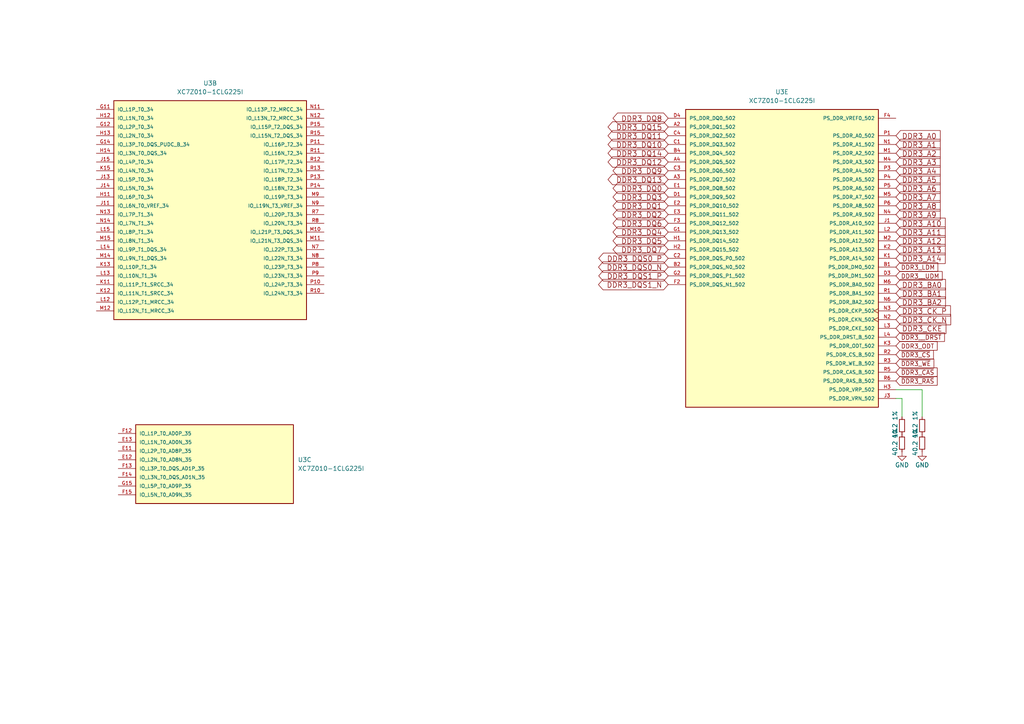
<source format=kicad_sch>
(kicad_sch (version 20231120) (generator "eeschema") (generator_version "8.0")
  (paper "A4")
  (lib_symbols
    (symbol "Device:R_Small" (pin_numbers hide) (pin_names (offset 0.254) hide)
      (property "Reference" "R" (at 0.762 0.508 0))
      (property "Value" "R_Small" (at 0.762 -1.016 0))
      (symbol "R_Small_0_1"
        (rectangle (start -0.762 1.778) (end 0.762 -1.778) (stroke (width 0.2032)))
      )
      (symbol "R_Small_1_1"
        (pin passive line (at 0 2.54 270) (length 0.762) (name "~") (number "1"))
        (pin passive line (at 0 -2.54 90) (length 0.762) (name "~") (number "2"))
      )
    )
    (symbol "ESP32-PRO_Rev_B1:GND" (power) (pin_names (offset 0))
      (property "Value" "GND" (at 0 -3.81 0))
      (symbol "GND_0_1"
        (polyline (pts (xy 0 0) (xy 0 -1.27) (xy 1.27 -1.27) (xy 0 -2.54) (xy -1.27 -1.27) (xy 0 -1.27)))
      )
      (symbol "GND_1_1"
        (pin power_in line (at 0 0 270) (length 0) hide (name "GND") (number "1"))
      )
    )
    (symbol "Personal:XC7Z010-1CLG225I" (pin_names (offset 1.016))
      (property "Reference" "U" (at -25.5456 24.8201 0))
      (property "Value" "XC7Z010-1CLG225I" (at -25.5473 -24.1252 0))
      (symbol "XC7Z010-1CLG225I_1_0"
        (rectangle (start -25.4 -20.32) (end 25.4 22.86) (stroke (width 0.254)) (fill (type background)))
        (pin bidirectional line (at 30.48 7.62 180) (length 5.08) (name "INIT_B_0") (number "D5"))
        (pin power_in line (at 30.48 20.32 180) (length 5.08) (name "VCCBATT_0") (number "E6"))
        (pin passive line (at 30.48 -10.16 180) (length 5.08) (name "RSVDGND") (number "E8"))
        (pin input line (at -30.48 -5.08 0) (length 5.08) (name "CFGBVS_0") (number "F6"))
        (pin power_in line (at 30.48 17.78 180) (length 5.08) (name "VCCADC_0") (number "F7"))
        (pin power_in line (at 30.48 -17.78 180) (length 5.08) (name "GNDADC_0") (number "F8"))
        (pin passive line (at 30.48 -2.54 180) (length 5.08) (name "RSVSVCC1") (number "G4"))
        (pin input line (at -30.48 -7.62 0) (length 5.08) (name "VP_0") (number "G7"))
        (pin power_in line (at 30.48 -15.24 180) (length 5.08) (name "VREFN_0") (number "G8"))
        (pin input clock (at -30.48 10.16 0) (length 5.08) (name "TCK_0") (number "G9"))
        (pin passive line (at 30.48 -7.62 180) (length 5.08) (name "RSVSVCC3") (number "H4"))
        (pin power_in line (at 30.48 15.24 180) (length 5.08) (name "VREFP_0") (number "H7"))
        (pin input line (at -30.48 -10.16 0) (length 5.08) (name "VN_0") (number "H8"))
        (pin passive line (at 30.48 -5.08 180) (length 5.08) (name "RSVSVCC2") (number "J4"))
        (pin output line (at 30.48 2.54 180) (length 5.08) (name "DXP_0") (number "J7"))
        (pin input line (at -30.48 -2.54 0) (length 5.08) (name "PROGRAM_B_0") (number "K6"))
        (pin input line (at -30.48 5.08 0) (length 5.08) (name "TDI_0") (number "L7"))
        (pin output line (at -30.48 2.54 0) (length 5.08) (name "TDO_0") (number "L8"))
        (pin input line (at -30.48 7.62 0) (length 5.08) (name "TMS_0") (number "L9"))
        (pin bidirectional line (at 30.48 10.16 180) (length 5.08) (name "DONE_0") (number "M7"))
      )
      (symbol "XC7Z010-1CLG225I_2_0"
        (rectangle (start -27.94 -30.48) (end 27.94 33.02) (stroke (width 0.254)) (fill (type background)))
        (pin bidirectional line (at -33.02 30.48 0) (length 5.08) (name "IO_L1P_T0_34") (number "G11"))
        (pin bidirectional line (at -33.02 25.4 0) (length 5.08) (name "IO_L2P_T0_34") (number "G12"))
        (pin bidirectional line (at -33.02 20.32 0) (length 5.08) (name "IO_L3P_T0_DQS_PUDC_B_34") (number "G14"))
        (pin bidirectional line (at -33.02 5.08 0) (length 5.08) (name "IO_L6P_T0_34") (number "H11"))
        (pin bidirectional line (at -33.02 27.94 0) (length 5.08) (name "IO_L1N_T0_34") (number "H12"))
        (pin bidirectional line (at -33.02 22.86 0) (length 5.08) (name "IO_L2N_T0_34") (number "H13"))
        (pin bidirectional line (at -33.02 17.78 0) (length 5.08) (name "IO_L3N_T0_DQS_34") (number "H14"))
        (pin bidirectional line (at -33.02 2.54 0) (length 5.08) (name "IO_L6N_T0_VREF_34") (number "J11"))
        (pin bidirectional line (at -33.02 10.16 0) (length 5.08) (name "IO_L5P_T0_34") (number "J13"))
        (pin bidirectional line (at -33.02 7.62 0) (length 5.08) (name "IO_L5N_T0_34") (number "J14"))
        (pin bidirectional line (at -33.02 15.24 0) (length 5.08) (name "IO_L4P_T0_34") (number "J15"))
        (pin bidirectional line (at -33.02 -20.32 0) (length 5.08) (name "IO_L11P_T1_SRCC_34") (number "K11"))
        (pin bidirectional line (at -33.02 -22.86 0) (length 5.08) (name "IO_L11N_T1_SRCC_34") (number "K12"))
        (pin bidirectional line (at -33.02 -15.24 0) (length 5.08) (name "IO_L10P_T1_34") (number "K13"))
        (pin bidirectional line (at -33.02 12.7 0) (length 5.08) (name "IO_L4N_T0_34") (number "K15"))
        (pin bidirectional line (at -33.02 -25.4 0) (length 5.08) (name "IO_L12P_T1_MRCC_34") (number "L12"))
        (pin bidirectional line (at -33.02 -17.78 0) (length 5.08) (name "IO_L10N_T1_34") (number "L13"))
        (pin bidirectional line (at -33.02 -10.16 0) (length 5.08) (name "IO_L9P_T1_DQS_34") (number "L14"))
        (pin bidirectional line (at -33.02 -5.08 0) (length 5.08) (name "IO_L8P_T1_34") (number "L15"))
        (pin bidirectional line (at 33.02 -5.08 180) (length 5.08) (name "IO_L21P_T3_DQS_34") (number "M10"))
        (pin bidirectional line (at 33.02 -7.62 180) (length 5.08) (name "IO_L21N_T3_DQS_34") (number "M11"))
        (pin bidirectional line (at -33.02 -27.94 0) (length 5.08) (name "IO_L12N_T1_MRCC_34") (number "M12"))
        (pin bidirectional line (at -33.02 -12.7 0) (length 5.08) (name "IO_L9N_T1_DQS_34") (number "M14"))
        (pin bidirectional line (at -33.02 -7.62 0) (length 5.08) (name "IO_L8N_T1_34") (number "M15"))
        (pin bidirectional line (at 33.02 5.08 180) (length 5.08) (name "IO_L19P_T3_34") (number "M9"))
        (pin bidirectional line (at 33.02 30.48 180) (length 5.08) (name "IO_L13P_T2_MRCC_34") (number "N11"))
        (pin bidirectional line (at 33.02 27.94 180) (length 5.08) (name "IO_L13N_T2_MRCC_34") (number "N12"))
        (pin bidirectional line (at -33.02 0 0) (length 5.08) (name "IO_L7P_T1_34") (number "N13"))
        (pin bidirectional line (at -33.02 -2.54 0) (length 5.08) (name "IO_L7N_T1_34") (number "N14"))
        (pin bidirectional line (at 33.02 -10.16 180) (length 5.08) (name "IO_L22P_T3_34") (number "N7"))
        (pin bidirectional line (at 33.02 -12.7 180) (length 5.08) (name "IO_L22N_T3_34") (number "N8"))
        (pin bidirectional line (at 33.02 2.54 180) (length 5.08) (name "IO_L19N_T3_VREF_34") (number "N9"))
        (pin bidirectional line (at 33.02 -20.32 180) (length 5.08) (name "IO_L24P_T3_34") (number "P10"))
        (pin bidirectional line (at 33.02 20.32 180) (length 5.08) (name "IO_L16P_T2_34") (number "P11"))
        (pin bidirectional line (at 33.02 10.16 180) (length 5.08) (name "IO_L18P_T2_34") (number "P13"))
        (pin bidirectional line (at 33.02 7.62 180) (length 5.08) (name "IO_L18N_T2_34") (number "P14"))
        (pin bidirectional line (at 33.02 25.4 180) (length 5.08) (name "IO_L15P_T2_DQS_34") (number "P15"))
        (pin bidirectional line (at 33.02 -15.24 180) (length 5.08) (name "IO_L23P_T3_34") (number "P8"))
        (pin bidirectional line (at 33.02 -17.78 180) (length 5.08) (name "IO_L23N_T3_34") (number "P9"))
        (pin bidirectional line (at 33.02 -22.86 180) (length 5.08) (name "IO_L24N_T3_34") (number "R10"))
        (pin bidirectional line (at 33.02 17.78 180) (length 5.08) (name "IO_L16N_T2_34") (number "R11"))
        (pin bidirectional line (at 33.02 15.24 180) (length 5.08) (name "IO_L17P_T2_34") (number "R12"))
        (pin bidirectional line (at 33.02 12.7 180) (length 5.08) (name "IO_L17N_T2_34") (number "R13"))
        (pin bidirectional line (at 33.02 22.86 180) (length 5.08) (name "IO_L15N_T2_DQS_34") (number "R15"))
        (pin bidirectional line (at 33.02 0 180) (length 5.08) (name "IO_L20P_T3_34") (number "R7"))
        (pin bidirectional line (at 33.02 -2.54 180) (length 5.08) (name "IO_L20N_T3_34") (number "R8"))
      )
      (symbol "XC7Z010-1CLG225I_3_0"
        (rectangle (start -22.86 -10.16) (end 22.86 12.7) (stroke (width 0.254)) (fill (type background)))
        (pin bidirectional line (at -27.94 5.08 0) (length 5.08) (name "IO_L2P_T0_AD8P_35") (number "E11"))
        (pin bidirectional line (at -27.94 2.54 0) (length 5.08) (name "IO_L2N_T0_AD8N_35") (number "E12"))
        (pin bidirectional line (at -27.94 7.62 0) (length 5.08) (name "IO_L1N_T0_AD0N_35") (number "E13"))
        (pin bidirectional line (at -27.94 10.16 0) (length 5.08) (name "IO_L1P_T0_AD0P_35") (number "F12"))
        (pin bidirectional line (at -27.94 0 0) (length 5.08) (name "IO_L3P_T0_DQS_AD1P_35") (number "F13"))
        (pin bidirectional line (at -27.94 -2.54 0) (length 5.08) (name "IO_L3N_T0_DQS_AD1N_35") (number "F14"))
        (pin bidirectional line (at -27.94 -7.62 0) (length 5.08) (name "IO_L5N_T0_AD9N_35") (number "F15"))
        (pin bidirectional line (at -27.94 -5.08 0) (length 5.08) (name "IO_L5P_T0_AD9P_35") (number "G15"))
      )
      (symbol "XC7Z010-1CLG225I_4_0"
        (rectangle (start -22.86 -25.4) (end 22.86 25.4) (stroke (width 0.254)) (fill (type background)))
        (pin bidirectional line (at -27.94 0 0) (length 5.08) (name "PS_MIO6_500") (number "A10"))
        (pin bidirectional line (at 27.94 -20.32 180) (length 5.08) (name "PS_MIO52_501") (number "A12"))
        (pin bidirectional line (at 27.94 -10.16 180) (length 5.08) (name "PS_MIO38_501") (number "A13"))
        (pin bidirectional line (at 27.94 -2.54 180) (length 5.08) (name "PS_MIO35_501") (number "A14"))
        (pin bidirectional line (at 27.94 15.24 180) (length 5.08) (name "PS_MIO28_501") (number "A15"))
        (pin bidirectional line (at -27.94 12.7 0) (length 5.08) (name "PS_MIO1_500") (number "A5"))
        (pin bidirectional line (at -27.94 7.62 0) (length 5.08) (name "PS_MIO3_500") (number "A7"))
        (pin bidirectional line (at -27.94 10.16 0) (length 5.08) (name "PS_MIO2_500") (number "A8"))
        (pin bidirectional line (at -27.94 2.54 0) (length 5.08) (name "PS_MIO5_500") (number "A9"))
        (pin bidirectional line (at -27.94 -12.7 0) (length 5.08) (name "PS_MIO11_500") (number "B10"))
        (pin input line (at 27.94 20.32 180) (length 5.08) (name "PS_SRST_B_501") (number "B11"))
        (pin bidirectional line (at 27.94 -15.24 180) (length 5.08) (name "PS_MIO48_501") (number "B12"))
        (pin bidirectional line (at 27.94 -5.08 180) (length 5.08) (name "PS_MIO36_501") (number "B14"))
        (pin bidirectional line (at 27.94 10.16 180) (length 5.08) (name "PS_MIO30_501") (number "B15"))
        (pin bidirectional line (at -27.94 -7.62 0) (length 5.08) (name "PS_MIO9_500") (number "B5"))
        (pin bidirectional line (at -27.94 -5.08 0) (length 5.08) (name "PS_MIO8_500") (number "B6"))
        (pin bidirectional line (at -27.94 -15.24 0) (length 5.08) (name "PS_MIO12_500") (number "B7"))
        (pin bidirectional line (at -27.94 -20.32 0) (length 5.08) (name "PS_MIO14_500") (number "B9"))
        (pin bidirectional line (at 27.94 2.54 180) (length 5.08) (name "PS_MIO33_501") (number "C11"))
        (pin bidirectional line (at 27.94 7.62 180) (length 5.08) (name "PS_MIO31_501") (number "C12"))
        (pin bidirectional line (at 27.94 -22.86 180) (length 5.08) (name "PS_MIO53_501") (number "C13"))
        (pin bidirectional line (at 27.94 -7.62 180) (length 5.08) (name "PS_MIO37_501") (number "C14"))
        (pin bidirectional line (at -27.94 -17.78 0) (length 5.08) (name "PS_MIO13_500") (number "C6"))
        (pin input clock (at -27.94 22.86 0) (length 5.08) (name "PS_CLK_500") (number "C7"))
        (pin bidirectional line (at -27.94 5.08 0) (length 5.08) (name "PS_MIO4_500") (number "C8"))
        (pin input line (at -27.94 20.32 0) (length 5.08) (name "PS_POR_B_500") (number "C9"))
        (pin bidirectional line (at -27.94 -22.86 0) (length 5.08) (name "PS_MIO15_500") (number "D10"))
        (pin bidirectional line (at 27.94 12.7 180) (length 5.08) (name "PS_MIO29_501") (number "D11"))
        (pin bidirectional line (at 27.94 -17.78 180) (length 5.08) (name "PS_MIO49_501") (number "D13"))
        (pin bidirectional line (at 27.94 -12.7 180) (length 5.08) (name "PS_MIO39_501") (number "D14"))
        (pin bidirectional line (at 27.94 0 180) (length 5.08) (name "PS_MIO34_501") (number "D15"))
        (pin bidirectional line (at -27.94 -10.16 0) (length 5.08) (name "PS_MIO10_500") (number "D6"))
        (pin bidirectional line (at -27.94 15.24 0) (length 5.08) (name "PS_MIO0_500") (number "D8"))
        (pin bidirectional line (at -27.94 -2.54 0) (length 5.08) (name "PS_MIO7_500") (number "D9"))
        (pin bidirectional line (at 27.94 5.08 180) (length 5.08) (name "PS_MIO32_501") (number "E15"))
      )
      (symbol "XC7Z010-1CLG225I_5_0"
        (rectangle (start -27.94 -43.18) (end 27.94 43.18) (stroke (width 0.254)) (fill (type background)))
        (pin bidirectional line (at -33.02 38.1 0) (length 5.08) (name "PS_DDR_DQ1_502") (number "A2"))
        (pin bidirectional line (at -33.02 22.86 0) (length 5.08) (name "PS_DDR_DQ7_502") (number "A3"))
        (pin bidirectional line (at -33.02 27.94 0) (length 5.08) (name "PS_DDR_DQ5_502") (number "A4"))
        (pin output line (at 33.02 -2.54 180) (length 5.08) (name "PS_DDR_DM0_502") (number "B1"))
        (pin bidirectional line (at -33.02 -2.54 0) (length 5.08) (name "PS_DDR_DQS_N0_502") (number "B2"))
        (pin bidirectional line (at -33.02 30.48 0) (length 5.08) (name "PS_DDR_DQ4_502") (number "B4"))
        (pin bidirectional line (at -33.02 33.02 0) (length 5.08) (name "PS_DDR_DQ3_502") (number "C1"))
        (pin bidirectional line (at -33.02 0 0) (length 5.08) (name "PS_DDR_DQS_P0_502") (number "C2"))
        (pin bidirectional line (at -33.02 25.4 0) (length 5.08) (name "PS_DDR_DQ6_502") (number "C3"))
        (pin bidirectional line (at -33.02 35.56 0) (length 5.08) (name "PS_DDR_DQ2_502") (number "C4"))
        (pin bidirectional line (at -33.02 17.78 0) (length 5.08) (name "PS_DDR_DQ9_502") (number "D1"))
        (pin output line (at 33.02 -5.08 180) (length 5.08) (name "PS_DDR_DM1_502") (number "D3"))
        (pin bidirectional line (at -33.02 40.64 0) (length 5.08) (name "PS_DDR_DQ0_502") (number "D4"))
        (pin bidirectional line (at -33.02 20.32 0) (length 5.08) (name "PS_DDR_DQ8_502") (number "E1"))
        (pin bidirectional line (at -33.02 15.24 0) (length 5.08) (name "PS_DDR_DQ10_502") (number "E2"))
        (pin bidirectional line (at -33.02 12.7 0) (length 5.08) (name "PS_DDR_DQ11_502") (number "E3"))
        (pin bidirectional line (at -33.02 -7.62 0) (length 5.08) (name "PS_DDR_DQS_N1_502") (number "F2"))
        (pin bidirectional line (at -33.02 10.16 0) (length 5.08) (name "PS_DDR_DQ12_502") (number "F3"))
        (pin power_in line (at 33.02 40.64 180) (length 5.08) (name "PS_DDR_VREF0_502") (number "F4"))
        (pin bidirectional line (at -33.02 7.62 0) (length 5.08) (name "PS_DDR_DQ13_502") (number "G1"))
        (pin bidirectional line (at -33.02 -5.08 0) (length 5.08) (name "PS_DDR_DQS_P1_502") (number "G2"))
        (pin bidirectional line (at -33.02 5.08 0) (length 5.08) (name "PS_DDR_DQ14_502") (number "H1"))
        (pin bidirectional line (at -33.02 2.54 0) (length 5.08) (name "PS_DDR_DQ15_502") (number "H2"))
        (pin output line (at 33.02 -38.1 180) (length 5.08) (name "PS_DDR_VRP_502") (number "H3"))
        (pin output line (at 33.02 10.16 180) (length 5.08) (name "PS_DDR_A10_502") (number "J1"))
        (pin output line (at 33.02 -40.64 180) (length 5.08) (name "PS_DDR_VRN_502") (number "J3"))
        (pin output line (at 33.02 0 180) (length 5.08) (name "PS_DDR_A14_502") (number "K1"))
        (pin output line (at 33.02 2.54 180) (length 5.08) (name "PS_DDR_A13_502") (number "K2"))
        (pin output line (at 33.02 -25.4 180) (length 5.08) (name "PS_DDR_ODT_502") (number "K3"))
        (pin output line (at 33.02 7.62 180) (length 5.08) (name "PS_DDR_A11_502") (number "L2"))
        (pin output line (at 33.02 -20.32 180) (length 5.08) (name "PS_DDR_CKE_502") (number "L3"))
        (pin output line (at 33.02 -22.86 180) (length 5.08) (name "PS_DDR_DRST_B_502") (number "L4"))
        (pin output line (at 33.02 30.48 180) (length 5.08) (name "PS_DDR_A2_502") (number "M1"))
        (pin output line (at 33.02 5.08 180) (length 5.08) (name "PS_DDR_A12_502") (number "M2"))
        (pin output line (at 33.02 27.94 180) (length 5.08) (name "PS_DDR_A3_502") (number "M4"))
        (pin output line (at 33.02 17.78 180) (length 5.08) (name "PS_DDR_A7_502") (number "M5"))
        (pin output line (at 33.02 -7.62 180) (length 5.08) (name "PS_DDR_BA0_502") (number "M6"))
        (pin output line (at 33.02 33.02 180) (length 5.08) (name "PS_DDR_A1_502") (number "N1"))
        (pin output clock (at 33.02 -17.78 180) (length 5.08) (name "PS_DDR_CKN_502") (number "N2"))
        (pin output clock (at 33.02 -15.24 180) (length 5.08) (name "PS_DDR_CKP_502") (number "N3"))
        (pin output line (at 33.02 12.7 180) (length 5.08) (name "PS_DDR_A9_502") (number "N4"))
        (pin output line (at 33.02 -12.7 180) (length 5.08) (name "PS_DDR_BA2_502") (number "N6"))
        (pin output line (at 33.02 35.56 180) (length 5.08) (name "PS_DDR_A0_502") (number "P1"))
        (pin output line (at 33.02 25.4 180) (length 5.08) (name "PS_DDR_A4_502") (number "P3"))
        (pin output line (at 33.02 22.86 180) (length 5.08) (name "PS_DDR_A5_502") (number "P4"))
        (pin output line (at 33.02 20.32 180) (length 5.08) (name "PS_DDR_A6_502") (number "P5"))
        (pin output line (at 33.02 15.24 180) (length 5.08) (name "PS_DDR_A8_502") (number "P6"))
        (pin output line (at 33.02 -10.16 180) (length 5.08) (name "PS_DDR_BA1_502") (number "R1"))
        (pin output line (at 33.02 -27.94 180) (length 5.08) (name "PS_DDR_CS_B_502") (number "R2"))
        (pin output line (at 33.02 -30.48 180) (length 5.08) (name "PS_DDR_WE_B_502") (number "R3"))
        (pin output line (at 33.02 -33.02 180) (length 5.08) (name "PS_DDR_CAS_B_502") (number "R5"))
        (pin output line (at 33.02 -35.56 180) (length 5.08) (name "PS_DDR_RAS_B_502") (number "R6"))
      )
      (symbol "XC7Z010-1CLG225I_6_0"
        (rectangle (start -17.78 -17.78) (end 17.78 17.78) (stroke (width 0.254)) (fill (type background)))
        (pin power_in line (at 22.86 -15.24 180) (length 5.08) (name "GND") (number "A1"))
        (pin power_in line (at 22.86 -15.24 180) (length 5.08) (name "GND") (number "A11"))
        (pin power_in line (at 22.86 -5.08 180) (length 5.08) (name "VCCO_MIO0_500") (number "A6"))
        (pin power_in line (at 22.86 -7.62 180) (length 5.08) (name "VCCO_MIO1_501") (number "B13"))
        (pin power_in line (at 22.86 -10.16 180) (length 5.08) (name "VCCO_DDR_502") (number "B3"))
        (pin power_in line (at 22.86 -15.24 180) (length 5.08) (name "GND") (number "B8"))
        (pin power_in line (at 22.86 -7.62 180) (length 5.08) (name "VCCO_MIO1_501") (number "C10"))
        (pin power_in line (at 22.86 -15.24 180) (length 5.08) (name "GND") (number "C15"))
        (pin power_in line (at 22.86 -15.24 180) (length 5.08) (name "GND") (number "C5"))
        (pin power_in line (at 22.86 -15.24 180) (length 5.08) (name "GND") (number "D12"))
        (pin power_in line (at 22.86 -15.24 180) (length 5.08) (name "GND") (number "D2"))
        (pin power_in line (at 22.86 -5.08 180) (length 5.08) (name "VCCO_MIO0_500") (number "D7"))
        (pin power_in line (at 22.86 15.24 180) (length 5.08) (name "VCCINT") (number "E10"))
        (pin power_in line (at 22.86 -7.62 180) (length 5.08) (name "VCCO_MIO1_501") (number "E14"))
        (pin power_in line (at 22.86 -10.16 180) (length 5.08) (name "VCCO_DDR_502") (number "E4"))
        (pin power_in line (at 22.86 -15.24 180) (length 5.08) (name "GND") (number "E5"))
        (pin power_in line (at 22.86 -15.24 180) (length 5.08) (name "GND") (number "E7"))
        (pin power_in line (at 22.86 -15.24 180) (length 5.08) (name "GND") (number "E9"))
        (pin power_in line (at 22.86 -10.16 180) (length 5.08) (name "VCCO_DDR_502") (number "F1"))
        (pin power_in line (at 22.86 -15.24 180) (length 5.08) (name "GND") (number "F10"))
        (pin power_in line (at 22.86 -2.54 180) (length 5.08) (name "VCCO_35") (number "F11"))
        (pin power_in line (at 22.86 5.08 180) (length 5.08) (name "VCCPLL") (number "F5"))
        (pin power_in line (at 22.86 15.24 180) (length 5.08) (name "VCCINT") (number "F9"))
        (pin power_in line (at 22.86 15.24 180) (length 5.08) (name "VCCINT") (number "G10"))
        (pin power_in line (at 22.86 -15.24 180) (length 5.08) (name "GND") (number "G13"))
        (pin power_in line (at 22.86 -15.24 180) (length 5.08) (name "GND") (number "G3"))
        (pin power_in line (at 22.86 -15.24 180) (length 5.08) (name "GND") (number "G5"))
        (pin power_in line (at 22.86 12.7 180) (length 5.08) (name "VCCPINT") (number "G6"))
        (pin power_in line (at 22.86 -15.24 180) (length 5.08) (name "GND") (number "H10"))
        (pin power_in line (at 22.86 -2.54 180) (length 5.08) (name "VCCO_35") (number "H15"))
        (pin power_in line (at 22.86 12.7 180) (length 5.08) (name "VCCPINT") (number "H5"))
        (pin power_in line (at 22.86 -15.24 180) (length 5.08) (name "GND") (number "H6"))
        (pin power_in line (at 22.86 10.16 180) (length 5.08) (name "VCCAUX") (number "H9"))
        (pin power_in line (at 22.86 15.24 180) (length 5.08) (name "VCCINT") (number "J10"))
        (pin power_in line (at 22.86 0 180) (length 5.08) (name "VCCO_34") (number "J12"))
        (pin power_in line (at 22.86 -10.16 180) (length 5.08) (name "VCCO_DDR_502") (number "J2"))
        (pin power_in line (at 22.86 -15.24 180) (length 5.08) (name "GND") (number "J5"))
        (pin power_in line (at 22.86 7.62 180) (length 5.08) (name "VCCPAUX") (number "J6"))
        (pin power_in line (at 22.86 10.16 180) (length 5.08) (name "VCCAUX") (number "J8"))
        (pin power_in line (at 22.86 -15.24 180) (length 5.08) (name "GND") (number "J9"))
        (pin power_in line (at 22.86 -15.24 180) (length 5.08) (name "GND") (number "K10"))
        (pin power_in line (at 22.86 -15.24 180) (length 5.08) (name "GND") (number "K14"))
        (pin power_in line (at 22.86 -15.24 180) (length 5.08) (name "GND") (number "K4"))
        (pin power_in line (at 22.86 12.7 180) (length 5.08) (name "VCCPINT") (number "K5"))
        (pin power_in line (at 22.86 -15.24 180) (length 5.08) (name "GND") (number "K7"))
        (pin power_in line (at 22.86 2.54 180) (length 5.08) (name "VCCO_0") (number "K8"))
        (pin power_in line (at 22.86 10.16 180) (length 5.08) (name "VCCAUX") (number "K9"))
        (pin power_in line (at 22.86 -15.24 180) (length 5.08) (name "GND") (number "L1"))
        (pin power_in line (at 22.86 15.24 180) (length 5.08) (name "VCCINT") (number "L10"))
        (pin power_in line (at 22.86 -15.24 180) (length 5.08) (name "GND") (number "L11"))
        (pin power_in line (at 22.86 -15.24 180) (length 5.08) (name "GND") (number "L5"))
        (pin power_in line (at 22.86 7.62 180) (length 5.08) (name "VCCPAUX") (number "L6"))
        (pin power_in line (at 22.86 0 180) (length 5.08) (name "VCCO_34") (number "M13"))
        (pin power_in line (at 22.86 -10.16 180) (length 5.08) (name "VCCO_DDR_502") (number "M3"))
        (pin power_in line (at 22.86 -15.24 180) (length 5.08) (name "GND") (number "M8"))
        (pin power_in line (at 22.86 0 180) (length 5.08) (name "VCCO_34") (number "N10"))
        (pin power_in line (at 22.86 -15.24 180) (length 5.08) (name "GND") (number "N15"))
        (pin power_in line (at 22.86 -15.24 180) (length 5.08) (name "GND") (number "N5"))
        (pin power_in line (at 22.86 -15.24 180) (length 5.08) (name "GND") (number "P12"))
        (pin power_in line (at 22.86 -15.24 180) (length 5.08) (name "GND") (number "P2"))
        (pin power_in line (at 22.86 0 180) (length 5.08) (name "VCCO_34") (number "P7"))
        (pin power_in line (at 22.86 0 180) (length 5.08) (name "VCCO_34") (number "R14"))
        (pin power_in line (at 22.86 -10.16 180) (length 5.08) (name "VCCO_DDR_502") (number "R4"))
        (pin power_in line (at 22.86 -15.24 180) (length 5.08) (name "GND") (number "R9"))
      )
    )
  )
  (wire (pts (xy 259.842 113.03) (xy 267.462 113.03)))
  (wire (pts (xy 261.62 115.57) (xy 259.842 115.57)))
  (wire (pts (xy 267.462 113.03) (xy 267.462 120.904)))
  (wire (pts (xy 261.62 120.904) (xy 261.62 115.57)))
  (global_label "DDR3_DQ8" (shape bidirectional) (at 193.802 34.29 180) (effects (font (size 1.524 1.524))) (property "Intersheetrefs" "${INTERSHEET_REFS}" (effects (hide yes))))
  (global_label "DDR3_DQS0_P" (shape bidirectional) (at 193.802 74.93 180) (effects (font (size 1.524 1.524))) (property "Intersheetrefs" "${INTERSHEET_REFS}" (effects (hide yes))))
  (global_label "DDR3_DQ14" (shape bidirectional) (at 193.802 44.45 180) (effects (font (size 1.524 1.524))) (property "Intersheetrefs" "${INTERSHEET_REFS}" (effects (hide yes))))
  (global_label "DDR3_A9" (shape input) (at 259.842 62.23 0) (effects (font (size 1.524 1.524))) (property "Intersheetrefs" "${INTERSHEET_REFS}" (effects (hide yes))))
  (global_label "DDR3_DQ7" (shape bidirectional) (at 193.802 72.39 180) (effects (font (size 1.524 1.524))) (property "Intersheetrefs" "${INTERSHEET_REFS}" (effects (hide yes))))
  (global_label "DDR3_DQ0" (shape bidirectional) (at 193.802 54.61 180) (effects (font (size 1.524 1.524))) (property "Intersheetrefs" "${INTERSHEET_REFS}" (effects (hide yes))))
  (global_label "DDR3_BA0" (shape input) (at 259.842 82.55 0) (effects (font (size 1.524 1.524))) (property "Intersheetrefs" "${INTERSHEET_REFS}" (effects (hide yes))))
  (global_label "DDR3_DQ13" (shape bidirectional) (at 193.802 52.07 180) (effects (font (size 1.524 1.524))) (property "Intersheetrefs" "${INTERSHEET_REFS}" (effects (hide yes))))
  (global_label "DDR3_CK_N" (shape input) (at 259.842 92.71 0) (effects (font (size 1.524 1.524))) (property "Intersheetrefs" "${INTERSHEET_REFS}" (effects (hide yes))))
  (global_label "DDR3_A12" (shape input) (at 259.842 69.85 0) (effects (font (size 1.524 1.524))) (property "Intersheetrefs" "${INTERSHEET_REFS}" (effects (hide yes))))
  (global_label "DDR3_A8" (shape input) (at 259.842 59.69 0) (effects (font (size 1.524 1.524))) (property "Intersheetrefs" "${INTERSHEET_REFS}" (effects (hide yes))))
  (global_label "~{DDR3_RAS}" (shape input) (at 259.842 110.49 0) (property "Intersheetrefs" "${INTERSHEET_REFS}" (effects (hide yes))))
  (global_label "DDR3_A14" (shape input) (at 259.842 74.93 0) (effects (font (size 1.524 1.524))) (property "Intersheetrefs" "${INTERSHEET_REFS}" (effects (hide yes))))
  (global_label "DDR3_DQ4" (shape bidirectional) (at 193.802 67.31 180) (effects (font (size 1.524 1.524))) (property "Intersheetrefs" "${INTERSHEET_REFS}" (effects (hide yes))))
  (global_label "DDR3_CK_P" (shape input) (at 259.842 90.17 0) (effects (font (size 1.524 1.524))) (property "Intersheetrefs" "${INTERSHEET_REFS}" (effects (hide yes))))
  (global_label "DDR3_BA2" (shape input) (at 259.842 87.63 0) (effects (font (size 1.524 1.524))) (property "Intersheetrefs" "${INTERSHEET_REFS}" (effects (hide yes))))
  (global_label "DDR3_CKE" (shape input) (at 259.842 95.25 0) (effects (font (size 1.524 1.524))) (property "Intersheetrefs" "${INTERSHEET_REFS}" (effects (hide yes))))
  (global_label "DDR3_DQS0_N" (shape bidirectional) (at 193.802 77.47 180) (effects (font (size 1.524 1.524))) (property "Intersheetrefs" "${INTERSHEET_REFS}" (effects (hide yes))))
  (global_label "DDR3_DQ15" (shape bidirectional) (at 193.802 36.83 180) (effects (font (size 1.524 1.524))) (property "Intersheetrefs" "${INTERSHEET_REFS}" (effects (hide yes))))
  (global_label "DDR3_A2" (shape input) (at 259.842 44.45 0) (effects (font (size 1.524 1.524))) (property "Intersheetrefs" "${INTERSHEET_REFS}" (effects (hide yes))))
  (global_label "DDR3_DQ6" (shape bidirectional) (at 193.802 64.77 180) (effects (font (size 1.524 1.524))) (property "Intersheetrefs" "${INTERSHEET_REFS}" (effects (hide yes))))
  (global_label "~{DDR3_WE}" (shape input) (at 259.842 105.41 0) (property "Intersheetrefs" "${INTERSHEET_REFS}" (effects (hide yes))))
  (global_label "~{DDR3__DRST}" (shape input) (at 259.842 97.79 0) (property "Intersheetrefs" "${INTERSHEET_REFS}" (effects (hide yes))))
  (global_label "DDR3_DQ2" (shape bidirectional) (at 193.802 62.23 180) (effects (font (size 1.524 1.524))) (property "Intersheetrefs" "${INTERSHEET_REFS}" (effects (hide yes))))
  (global_label "DDR3_DQ5" (shape bidirectional) (at 193.802 69.85 180) (effects (font (size 1.524 1.524))) (property "Intersheetrefs" "${INTERSHEET_REFS}" (effects (hide yes))))
  (global_label "DDR3_A0" (shape input) (at 259.842 39.37 0) (effects (font (size 1.524 1.524))) (property "Intersheetrefs" "${INTERSHEET_REFS}" (effects (hide yes))))
  (global_label "DDR3_DQ3" (shape bidirectional) (at 193.802 57.15 180) (effects (font (size 1.524 1.524))) (property "Intersheetrefs" "${INTERSHEET_REFS}" (effects (hide yes))))
  (global_label "DDR3_A5" (shape input) (at 259.842 52.07 0) (effects (font (size 1.524 1.524))) (property "Intersheetrefs" "${INTERSHEET_REFS}" (effects (hide yes))))
  (global_label "DDR3_A7" (shape input) (at 259.842 57.15 0) (effects (font (size 1.524 1.524))) (property "Intersheetrefs" "${INTERSHEET_REFS}" (effects (hide yes))))
  (global_label "DDR3_A11" (shape input) (at 259.842 67.31 0) (effects (font (size 1.524 1.524))) (property "Intersheetrefs" "${INTERSHEET_REFS}" (effects (hide yes))))
  (global_label "DDR3_DQS1_P" (shape bidirectional) (at 193.802 80.01 180) (effects (font (size 1.524 1.524))) (property "Intersheetrefs" "${INTERSHEET_REFS}" (effects (hide yes))))
  (global_label "~{DDR3_CS}" (shape input) (at 259.842 102.87 0) (property "Intersheetrefs" "${INTERSHEET_REFS}" (effects (hide yes))))
  (global_label "DDR3_DQ12" (shape bidirectional) (at 193.802 46.99 180) (effects (font (size 1.524 1.524))) (property "Intersheetrefs" "${INTERSHEET_REFS}" (effects (hide yes))))
  (global_label "DDR3_A3" (shape input) (at 259.842 46.99 0) (effects (font (size 1.524 1.524))) (property "Intersheetrefs" "${INTERSHEET_REFS}" (effects (hide yes))))
  (global_label "DDR3_DQ1" (shape bidirectional) (at 193.802 59.69 180) (effects (font (size 1.524 1.524))) (property "Intersheetrefs" "${INTERSHEET_REFS}" (effects (hide yes))))
  (global_label "DDR3_DQS1_N" (shape bidirectional) (at 193.802 82.55 180) (effects (font (size 1.524 1.524))) (property "Intersheetrefs" "${INTERSHEET_REFS}" (effects (hide yes))))
  (global_label "DDR3_A13" (shape input) (at 259.842 72.39 0) (effects (font (size 1.524 1.524))) (property "Intersheetrefs" "${INTERSHEET_REFS}" (effects (hide yes))))
  (global_label "DDR3_A10" (shape input) (at 259.842 64.77 0) (effects (font (size 1.524 1.524))) (property "Intersheetrefs" "${INTERSHEET_REFS}" (effects (hide yes))))
  (global_label "DDR3_DQ9" (shape bidirectional) (at 193.802 49.53 180) (effects (font (size 1.524 1.524))) (property "Intersheetrefs" "${INTERSHEET_REFS}" (effects (hide yes))))
  (global_label "DDR3_LDM" (shape input) (at 259.842 77.47 0) (property "Intersheetrefs" "${INTERSHEET_REFS}" (effects (hide yes))))
  (global_label "DDR3_BA1" (shape input) (at 259.842 85.09 0) (effects (font (size 1.524 1.524))) (property "Intersheetrefs" "${INTERSHEET_REFS}" (effects (hide yes))))
  (global_label "DDR3_ODT" (shape input) (at 259.842 100.33 0) (property "Intersheetrefs" "${INTERSHEET_REFS}" (effects (hide yes))))
  (global_label "DDR3_DQ11" (shape bidirectional) (at 193.802 39.37 180) (effects (font (size 1.524 1.524))) (property "Intersheetrefs" "${INTERSHEET_REFS}" (effects (hide yes))))
  (global_label "DDR3_A4" (shape input) (at 259.842 49.53 0) (effects (font (size 1.524 1.524))) (property "Intersheetrefs" "${INTERSHEET_REFS}" (effects (hide yes))))
  (global_label "DDR3_A1" (shape input) (at 259.842 41.91 0) (effects (font (size 1.524 1.524))) (property "Intersheetrefs" "${INTERSHEET_REFS}" (effects (hide yes))))
  (global_label "DDR3__UDM" (shape input) (at 259.842 80.01 0) (property "Intersheetrefs" "${INTERSHEET_REFS}" (effects (hide yes))))
  (global_label "DDR3_DQ10" (shape bidirectional) (at 193.802 41.91 180) (effects (font (size 1.524 1.524))) (property "Intersheetrefs" "${INTERSHEET_REFS}" (effects (hide yes))))
  (global_label "~{DDR3_CAS}" (shape input) (at 259.842 107.95 0) (property "Intersheetrefs" "${INTERSHEET_REFS}" (effects (hide yes))))
  (global_label "DDR3_A6" (shape input) (at 259.842 54.61 0) (effects (font (size 1.524 1.524))) (property "Intersheetrefs" "${INTERSHEET_REFS}" (effects (hide yes))))
  (symbol (lib_id "Personal:XC7Z010-1CLG225I") (at 60.96 62.23 0) (unit 2)
    (property "Reference" "U3" (at 60.96 24.13 0))
    (property "Value" "XC7Z010-1CLG225I" (at 60.96 26.67 0))
    (property "Footprint" "Sync_VT extras:225-LFBGA" (effects (hide yes)))
    (property "MF" "Xilinx Inc." (effects (hide yes)))
    (property "SNAPEDA_PACKAGE_ID" "16134" (effects (hide yes)))
    (property "PACKAGE" "CSPBGA-225 Xilinx" (effects (hide yes)))
    (property "MPN" "XC7Z010-1CLG225I" (effects (hide yes)))
    (property "PRICE" "61.07 USD" (effects (hide yes)))
    (property "Package" "CSPBGA-225 Xilinx" (effects (hide yes)))
    (property "Check_prices" "https://www.snapeda.com/parts/XC7Z010-1CLG225I/Xilinx+Inc./view-part/?ref=eda" (effects (hide yes)))
    (property "STANDARD" "IPC-7351B" (effects (hide yes)))
    (property "PARREV" "1.8" (effects (hide yes)))
    (property "SnapEDA_Link" "https://www.snapeda.com/parts/XC7Z010-1CLG225I/Xilinx+Inc./view-part/?ref=snap" (effects (hide yes)))
    (property "MP" "XC7Z010-1CLG225I" (effects (hide yes)))
    (property "Price" "None" (effects (hide yes)))
    (property "Description_1" "\n                        \n                            Dual ARM® Cortex®-A9 MPCore™ with CoreSight™ System On Chip (SOC) IC Zynq®-7000 Artix™-7 FPGA, 28K Logic Cells   667MHz 225-CSPBGA (13x13)\n                        \n" (effects (hide yes)))
    (property "Availability" "In Stock" (effects (hide yes)))
    (property "AVAILABILITY" "Bad" (effects (hide yes)))
    (property "MANUFACTURER" "Xilinx" (effects (hide yes)))
  )
  (symbol (lib_id "Personal:XC7Z010-1CLG225I") (at 62.23 135.89 0) (unit 3)
    (property "Reference" "U3" (at 86.36 133.3499 0) (effects (justify left)))
    (property "Value" "XC7Z010-1CLG225I" (at 86.36 135.8899 0) (effects (justify left)))
    (property "Footprint" "Sync_VT extras:225-LFBGA" (effects (hide yes)))
    (property "MF" "Xilinx Inc." (effects (hide yes)))
    (property "SNAPEDA_PACKAGE_ID" "16134" (effects (hide yes)))
    (property "PACKAGE" "CSPBGA-225 Xilinx" (effects (hide yes)))
    (property "MPN" "XC7Z010-1CLG225I" (effects (hide yes)))
    (property "PRICE" "61.07 USD" (effects (hide yes)))
    (property "Package" "CSPBGA-225 Xilinx" (effects (hide yes)))
    (property "Check_prices" "https://www.snapeda.com/parts/XC7Z010-1CLG225I/Xilinx+Inc./view-part/?ref=eda" (effects (hide yes)))
    (property "STANDARD" "IPC-7351B" (effects (hide yes)))
    (property "PARREV" "1.8" (effects (hide yes)))
    (property "SnapEDA_Link" "https://www.snapeda.com/parts/XC7Z010-1CLG225I/Xilinx+Inc./view-part/?ref=snap" (effects (hide yes)))
    (property "MP" "XC7Z010-1CLG225I" (effects (hide yes)))
    (property "Price" "None" (effects (hide yes)))
    (property "Description_1" "\n                        \n                            Dual ARM® Cortex®-A9 MPCore™ with CoreSight™ System On Chip (SOC) IC Zynq®-7000 Artix™-7 FPGA, 28K Logic Cells   667MHz 225-CSPBGA (13x13)\n                        \n" (effects (hide yes)))
    (property "Availability" "In Stock" (effects (hide yes)))
    (property "AVAILABILITY" "Bad" (effects (hide yes)))
    (property "MANUFACTURER" "Xilinx" (effects (hide yes)))
  )
  (symbol (lib_id "Device:R_Small") (at 267.462 128.524 180) (unit 1)
    (property "Reference" "R63" (effects (hide yes)))
    (property "Value" "40.2 1%" (at 265.43 124.206 90) (effects (justify left)))
    (property "Footprint" "Resistor_SMD:R_0201_0603Metric" (effects (hide yes)))
    (property "Datasheet" "RTT0140R2FTH" (effects (hide yes)))
    (property "MFR" "Yageo" (effects (hide yes)))
    (property "MPN" "RC0402FR-0740R2L" (effects (hide yes)))
    (property "SPR" "Digikey" (effects (hide yes)))
    (property "SPN" "311-40.2LRTR-ND" (effects (hide yes)))
    (property "SPURL" "-" (effects (hide yes)))
  )
  (symbol (lib_id "ESP32-PRO_Rev_B1:GND") (at 261.62 131.064 0) (unit 1)
    (property "Reference" "#PWR086" (effects (hide yes)))
    (property "Value" "GND" (at 261.62 134.874 0))
  )
  (symbol (lib_id "Device:R_Small") (at 267.462 123.444 180) (unit 1)
    (property "Reference" "R62" (effects (hide yes)))
    (property "Value" "40.2 1%" (at 265.43 119.126 90) (effects (justify left)))
    (property "Footprint" "Resistor_SMD:R_0201_0603Metric" (effects (hide yes)))
    (property "Datasheet" "RTT0140R2FTH" (effects (hide yes)))
    (property "MFR" "Yageo" (effects (hide yes)))
    (property "MPN" "RC0402FR-0740R2L" (effects (hide yes)))
    (property "SPR" "Digikey" (effects (hide yes)))
    (property "SPN" "311-40.2LRTR-ND" (effects (hide yes)))
    (property "SPURL" "-" (effects (hide yes)))
  )
  (symbol (lib_id "Device:R_Small") (at 261.62 128.524 180) (unit 1)
    (property "Reference" "R61" (effects (hide yes)))
    (property "Value" "40.2 1%" (at 259.588 124.206 90) (effects (justify left)))
    (property "Footprint" "Resistor_SMD:R_0201_0603Metric" (effects (hide yes)))
    (property "Datasheet" "RTT0140R2FTH" (effects (hide yes)))
    (property "MFR" "Yageo" (effects (hide yes)))
    (property "MPN" "RC0402FR-0740R2L" (effects (hide yes)))
    (property "SPR" "Digikey" (effects (hide yes)))
    (property "SPN" "311-40.2LRTR-ND" (effects (hide yes)))
    (property "SPURL" "-" (effects (hide yes)))
  )
  (symbol (lib_id "Personal:XC7Z010-1CLG225I") (at 226.822 74.93 0) (unit 5)
    (property "Reference" "U3" (at 226.822 26.67 0))
    (property "Value" "XC7Z010-1CLG225I" (at 226.822 29.21 0))
    (property "Footprint" "Sync_VT extras:225-LFBGA" (effects (hide yes)))
    (property "MF" "Xilinx Inc." (effects (hide yes)))
    (property "SNAPEDA_PACKAGE_ID" "16134" (effects (hide yes)))
    (property "PACKAGE" "CSPBGA-225 Xilinx" (effects (hide yes)))
    (property "MPN" "XC7Z010-1CLG225I" (effects (hide yes)))
    (property "PRICE" "61.07 USD" (effects (hide yes)))
    (property "Package" "CSPBGA-225 Xilinx" (effects (hide yes)))
    (property "Check_prices" "https://www.snapeda.com/parts/XC7Z010-1CLG225I/Xilinx+Inc./view-part/?ref=eda" (effects (hide yes)))
    (property "STANDARD" "IPC-7351B" (effects (hide yes)))
    (property "PARREV" "1.8" (effects (hide yes)))
    (property "SnapEDA_Link" "https://www.snapeda.com/parts/XC7Z010-1CLG225I/Xilinx+Inc./view-part/?ref=snap" (effects (hide yes)))
    (property "MP" "XC7Z010-1CLG225I" (effects (hide yes)))
    (property "Price" "None" (effects (hide yes)))
    (property "Description_1" "\n                        \n                            Dual ARM® Cortex®-A9 MPCore™ with CoreSight™ System On Chip (SOC) IC Zynq®-7000 Artix™-7 FPGA, 28K Logic Cells   667MHz 225-CSPBGA (13x13)\n                        \n" (effects (hide yes)))
    (property "Availability" "In Stock" (effects (hide yes)))
    (property "AVAILABILITY" "Bad" (effects (hide yes)))
    (property "MANUFACTURER" "Xilinx" (effects (hide yes)))
  )
  (symbol (lib_id "Device:R_Small") (at 261.62 123.444 180) (unit 1)
    (property "Reference" "R60" (effects (hide yes)))
    (property "Value" "40.2 1%" (at 259.588 119.126 90) (effects (justify left)))
    (property "Footprint" "Resistor_SMD:R_0201_0603Metric" (effects (hide yes)))
    (property "Datasheet" "RTT0140R2FTH" (effects (hide yes)))
    (property "MFR" "Yageo" (effects (hide yes)))
    (property "MPN" "RC0402FR-0740R2L" (effects (hide yes)))
    (property "SPR" "Digikey" (effects (hide yes)))
    (property "SPN" "311-40.2LRTR-ND" (effects (hide yes)))
    (property "SPURL" "-" (effects (hide yes)))
  )
  (symbol (lib_id "ESP32-PRO_Rev_B1:GND") (at 267.462 131.064 0) (unit 1)
    (property "Reference" "#PWR087" (effects (hide yes)))
    (property "Value" "GND" (at 267.462 134.874 0))
  )
)
</source>
